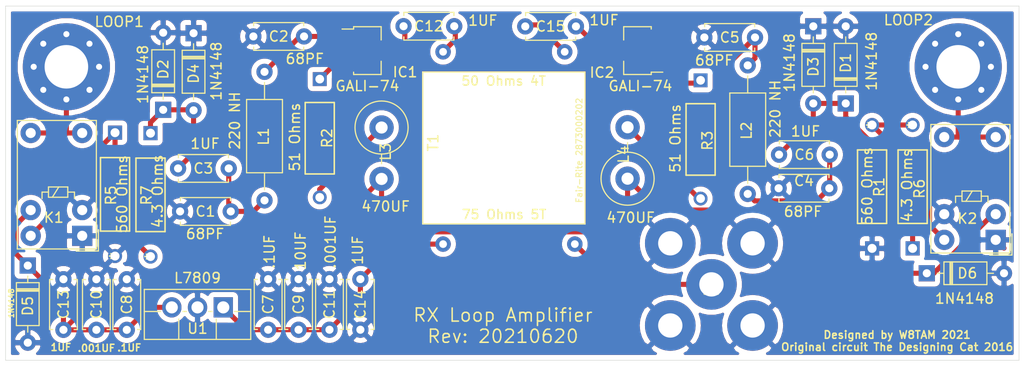
<source format=kicad_pcb>
(kicad_pcb (version 20171130) (host pcbnew "(5.1.9-0-10_14)")
  (layers (0 F.Cu signal) (31 B.Cu signal hide) (34 B.Paste user) (35 F.Paste user) (36 B.SilkS user) (37 F.SilkS user) (38 B.Mask user) (39 F.Mask user) (44 Edge.Cuts user))
  (net 0 "")
  (net 1 GND)
  (net 2 "Net-(C1-Pad1)")
  (net 3 "Net-(C2-Pad1)")
  (net 4 "Net-(C3-Pad2)")
  (net 5 "Net-(C4-Pad1)")
  (net 6 "Net-(C5-Pad1)")
  (net 7 "Net-(C6-Pad2)")
  (net 8 "Net-(C11-Pad1)")
  (net 9 "Net-(C12-Pad2)")
  (net 10 /P1)
  (net 11 "Net-(J1-Pad1)")
  (net 12 "Net-(L3-Pad2)")
  (net 13 "Net-(L4-Pad1)")
  (net 14 "Net-(K1-Pad10)")
  (net 15 "Net-(K2-Pad10)")
  (net 16 +12V)
  (net 17 "Net-(C15-Pad2)")
  (net 18 "Net-(C15-Pad1)")
  (net 19 "Net-(K1-Pad5)")
  (net 20 "Net-(K2-Pad5)")
  (module w8tam_footprints:Fconnector (layer F.Cu) (at 137.65 41.5)
    (fp_text reference J1 (at 0 0.5) (layer F.SilkS))
    (fp_text value VCC)
    (pad 1 thru_hole circle (at 0 0) (size 5 5) (drill 2.4) (layers *.Cu *.Mask) (net 11 "Net-(J1-Pad1)"))
    (pad 2 thru_hole circle (at 4.06 4.06) (size 5 5) (drill 2.4) (layers *.Cu *.Mask) (net 1 GND))
    (pad 2 thru_hole circle (at -4.06 -4.06) (size 5 5) (drill 2.4) (layers *.Cu *.Mask) (net 1 GND))
    (pad 2 thru_hole circle (at -4.06 4.06) (size 5 5) (drill 2.4) (layers *.Cu *.Mask) (net 1 GND))
    (pad 2 thru_hole circle (at 4.06 -4.06) (size 5 5) (drill 2.4) (layers *.Cu *.Mask) (net 1 GND))
  )
  (module w8tam_footprints:C_Disc_D4.7mm_W2.5mm_P5.00mm (layer F.Cu) (at 149.28 32 180)
    (fp_text reference C4 (at 2.5 0.725) (layer F.SilkS))
    (fp_text value 68PF (at 2.6 -2.32) (layer F.SilkS))
    (fp_line (start 4.97 1.055) (end 4.97 1.37) (layer F.SilkS) (width 0.12))
    (fp_line (start 4.97 -1.37) (end 4.97 -1.055) (layer F.SilkS) (width 0.12))
    (fp_line (start 0.03 1.055) (end 0.03 1.37) (layer F.SilkS) (width 0.12))
    (fp_line (start 0.03 -1.37) (end 0.03 -1.055) (layer F.SilkS) (width 0.12))
    (fp_line (start 0.03 1.37) (end 4.97 1.37) (layer F.SilkS) (width 0.12))
    (fp_line (start 0.03 -1.37) (end 4.97 -1.37) (layer F.SilkS) (width 0.12))
    (pad 1 thru_hole circle (at 0 0 180) (size 1.6 1.6) (drill 0.8) (layers *.Cu *.Mask) (net 5 "Net-(C4-Pad1)"))
    (pad 2 thru_hole circle (at 5 0 180) (size 1.6 1.6) (drill 0.8) (layers *.Cu *.Mask) (net 1 GND))
  )
  (module Package_TO_SOT_THT:TO-220F-3_Vertical (layer F.Cu) (at 89.48 43.77 180)
    (fp_text reference U1 (at 2.54 -2.1) (layer F.SilkS))
    (fp_text value L7809 (at 2.54 2.9025) (layer F.SilkS))
    (fp_line (start -2.71 -3.168) (end 7.79 -3.168) (layer F.SilkS) (width 0.12))
    (fp_line (start -2.71 1.773) (end 7.79 1.773) (layer F.SilkS) (width 0.12))
    (fp_line (start -2.71 -3.168) (end -2.71 1.773) (layer F.SilkS) (width 0.12))
    (fp_line (start 7.79 -3.168) (end 7.79 1.773) (layer F.SilkS) (width 0.12))
    (fp_line (start -2.71 -0.408) (end -1.103 -0.408) (layer F.SilkS) (width 0.12))
    (fp_line (start 1.103 -0.408) (end 1.438 -0.408) (layer F.SilkS) (width 0.12))
    (fp_line (start 3.643 -0.408) (end 3.978 -0.408) (layer F.SilkS) (width 0.12))
    (fp_line (start 6.183 -0.408) (end 7.79 -0.408) (layer F.SilkS) (width 0.12))
    (fp_line (start 0.69 -3.168) (end 0.69 -1.15) (layer F.SilkS) (width 0.12))
    (fp_line (start 4.391 -3.168) (end 4.391 -1.15) (layer F.SilkS) (width 0.12))
    (pad 1 thru_hole rect (at 0 0 180) (size 1.905 2) (drill 1.2) (layers *.Cu *.Mask) (net 8 "Net-(C11-Pad1)"))
    (pad 2 thru_hole oval (at 2.54 0 180) (size 1.905 2) (drill 1.2) (layers *.Cu *.Mask) (net 1 GND))
    (pad 3 thru_hole oval (at 5.08 0 180) (size 1.905 2) (drill 1.2) (layers *.Cu *.Mask) (net 16 +12V))
  )
  (module Relay_THT:Relay_SPDT_Omron_G5V-1 (layer F.Cu) (at 165.7 37.1 180)
    (fp_text reference K2 (at 2.8 2.1) (layer F.SilkS))
    (fp_text value G5V-1)
    (fp_line (start -1.6 -1.5) (end 0.6 -1.5) (layer F.SilkS) (width 0.12))
    (fp_line (start -1.6 0.6) (end -1.6 -1.5) (layer F.SilkS) (width 0.12))
    (fp_line (start -1.4 11.4) (end -1.4 -1.3) (layer F.SilkS) (width 0.12))
    (fp_line (start 6.4 11.4) (end -1.4 11.4) (layer F.SilkS) (width 0.12))
    (fp_line (start 6.4 -1.3) (end 6.4 11.4) (layer F.SilkS) (width 0.12))
    (fp_line (start -1.4 -1.3) (end 6.4 -1.3) (layer F.SilkS) (width 0.12))
    (fp_line (start 2.946 3.81) (end 2.311 4.826) (layer F.SilkS) (width 0.12))
    (fp_line (start 0.762 3.683) (end 0.762 4.318) (layer F.SilkS) (width 0.12))
    (fp_line (start 0.762 4.318) (end 1.422 4.318) (layer F.SilkS) (width 0.12))
    (fp_line (start 3.962 3.683) (end 3.962 4.318) (layer F.SilkS) (width 0.12))
    (fp_line (start 3.962 4.318) (end 3.327 4.318) (layer F.SilkS) (width 0.12))
    (fp_line (start 3.327 3.81) (end 1.422 3.81) (layer F.SilkS) (width 0.12))
    (fp_line (start 1.422 3.81) (end 1.422 4.826) (layer F.SilkS) (width 0.12))
    (fp_line (start 1.422 4.826) (end 3.327 4.826) (layer F.SilkS) (width 0.12))
    (fp_line (start 3.327 3.81) (end 3.327 4.826) (layer F.SilkS) (width 0.12))
    (pad 5 thru_hole circle (at 0 10.16 180) (size 2 2) (drill 1) (layers *.Cu *.Mask) (net 20 "Net-(K2-Pad5)"))
    (pad 6 thru_hole circle (at 5.08 10.16 180) (size 2 2) (drill 1) (layers *.Cu *.Mask) (net 20 "Net-(K2-Pad5)"))
    (pad 2 thru_hole circle (at 0 2.54 180) (size 2 2) (drill 1) (layers *.Cu *.Mask) (net 16 +12V))
    (pad 1 thru_hole rect (at 0 0 180) (size 2 2) (drill 1) (layers *.Cu *.Mask) (net 1 GND))
    (pad 9 thru_hole circle (at 5.08 2.54 180) (size 2 2) (drill 1) (layers *.Cu *.Mask) (net 1 GND))
    (pad 10 thru_hole circle (at 5.08 0 180) (size 2 2) (drill 1) (layers *.Cu *.Mask) (net 15 "Net-(K2-Pad10)"))
  )
  (module Relay_THT:Relay_SPDT_Omron_G5V-1 (layer F.Cu) (at 75.56 36.7 180)
    (fp_text reference K1 (at 2.8 1.8) (layer F.SilkS))
    (fp_text value G5V-1)
    (fp_line (start -1.6 -1.5) (end 0.6 -1.5) (layer F.SilkS) (width 0.12))
    (fp_line (start -1.6 0.6) (end -1.6 -1.5) (layer F.SilkS) (width 0.12))
    (fp_line (start -1.4 11.4) (end -1.4 -1.3) (layer F.SilkS) (width 0.12))
    (fp_line (start 6.4 11.4) (end -1.4 11.4) (layer F.SilkS) (width 0.12))
    (fp_line (start 6.4 -1.3) (end 6.4 11.4) (layer F.SilkS) (width 0.12))
    (fp_line (start -1.4 -1.3) (end 6.4 -1.3) (layer F.SilkS) (width 0.12))
    (fp_line (start 2.946 3.81) (end 2.311 4.826) (layer F.SilkS) (width 0.12))
    (fp_line (start 0.762 3.683) (end 0.762 4.318) (layer F.SilkS) (width 0.12))
    (fp_line (start 0.762 4.318) (end 1.422 4.318) (layer F.SilkS) (width 0.12))
    (fp_line (start 3.962 3.683) (end 3.962 4.318) (layer F.SilkS) (width 0.12))
    (fp_line (start 3.962 4.318) (end 3.327 4.318) (layer F.SilkS) (width 0.12))
    (fp_line (start 3.327 3.81) (end 1.422 3.81) (layer F.SilkS) (width 0.12))
    (fp_line (start 1.422 3.81) (end 1.422 4.826) (layer F.SilkS) (width 0.12))
    (fp_line (start 1.422 4.826) (end 3.327 4.826) (layer F.SilkS) (width 0.12))
    (fp_line (start 3.327 3.81) (end 3.327 4.826) (layer F.SilkS) (width 0.12))
    (pad 5 thru_hole circle (at 0 10.16 180) (size 2 2) (drill 1) (layers *.Cu *.Mask) (net 19 "Net-(K1-Pad5)"))
    (pad 6 thru_hole circle (at 5.08 10.16 180) (size 2 2) (drill 1) (layers *.Cu *.Mask) (net 19 "Net-(K1-Pad5)"))
    (pad 2 thru_hole circle (at 0 2.54 180) (size 2 2) (drill 1) (layers *.Cu *.Mask) (net 1 GND))
    (pad 1 thru_hole rect (at 0 0 180) (size 2 2) (drill 1) (layers *.Cu *.Mask) (net 1 GND))
    (pad 9 thru_hole circle (at 5.08 2.54 180) (size 2 2) (drill 1) (layers *.Cu *.Mask) (net 16 +12V))
    (pad 10 thru_hole circle (at 5.08 0 180) (size 2 2) (drill 1) (layers *.Cu *.Mask) (net 14 "Net-(K1-Pad10)"))
  )
  (module w8tam_footprints:D_DO-35_SOD27_P7.62mm_Horizontal (layer F.Cu) (at 158.9 40.4)
    (fp_text reference D6 (at 4 0) (layer F.SilkS))
    (fp_text value 1N4148 (at 3.72 2.5) (layer F.SilkS))
    (fp_line (start 1.69 -1.12) (end 1.69 1.12) (layer F.SilkS) (width 0.12))
    (fp_line (start 1.69 1.12) (end 5.93 1.12) (layer F.SilkS) (width 0.12))
    (fp_line (start 5.93 1.12) (end 5.93 -1.12) (layer F.SilkS) (width 0.12))
    (fp_line (start 5.93 -1.12) (end 1.69 -1.12) (layer F.SilkS) (width 0.12))
    (fp_line (start 1.04 0) (end 1.69 0) (layer F.SilkS) (width 0.12))
    (fp_line (start 6.58 0) (end 5.93 0) (layer F.SilkS) (width 0.12))
    (fp_line (start 2.41 -1.12) (end 2.41 1.12) (layer F.SilkS) (width 0.12))
    (fp_line (start 2.53 -1.12) (end 2.53 1.12) (layer F.SilkS) (width 0.12))
    (fp_line (start 2.29 -1.12) (end 2.29 1.12) (layer F.SilkS) (width 0.12))
    (pad 1 thru_hole rect (at 0 0) (size 1.6 1.6) (drill 0.8) (layers *.Cu *.Mask) (net 16 +12V))
    (pad 2 thru_hole oval (at 7.62 0) (size 1.6 1.6) (drill 0.8) (layers *.Cu *.Mask) (net 1 GND))
  )
  (module w8tam_footprints:D_DO-35_SOD27_P7.62mm_Horizontal (layer F.Cu) (at 70.19 39.64 270)
    (fp_text reference D5 (at 4 0 90) (layer F.SilkS))
    (fp_text value 1N4148 (at 3.73 1.62 90) (layer F.SilkS) (effects (font (size 0.5 0.5) (thickness 0.125))))
    (fp_line (start 1.69 -1.12) (end 1.69 1.12) (layer F.SilkS) (width 0.12))
    (fp_line (start 1.69 1.12) (end 5.93 1.12) (layer F.SilkS) (width 0.12))
    (fp_line (start 5.93 1.12) (end 5.93 -1.12) (layer F.SilkS) (width 0.12))
    (fp_line (start 5.93 -1.12) (end 1.69 -1.12) (layer F.SilkS) (width 0.12))
    (fp_line (start 1.04 0) (end 1.69 0) (layer F.SilkS) (width 0.12))
    (fp_line (start 6.58 0) (end 5.93 0) (layer F.SilkS) (width 0.12))
    (fp_line (start 2.41 -1.12) (end 2.41 1.12) (layer F.SilkS) (width 0.12))
    (fp_line (start 2.53 -1.12) (end 2.53 1.12) (layer F.SilkS) (width 0.12))
    (fp_line (start 2.29 -1.12) (end 2.29 1.12) (layer F.SilkS) (width 0.12))
    (pad 1 thru_hole rect (at 0 0 270) (size 1.6 1.6) (drill 0.8) (layers *.Cu *.Mask) (net 16 +12V))
    (pad 2 thru_hole oval (at 7.62 0 270) (size 1.6 1.6) (drill 0.8) (layers *.Cu *.Mask) (net 1 GND))
  )
  (module w8tam_footprints:C_Disc_D4.7mm_W2.5mm_P5.00mm (layer F.Cu) (at 141.95 17.1 180)
    (fp_text reference C5 (at 2.5 0) (layer F.SilkS))
    (fp_text value 68PF (at 4.04 -2.27) (layer F.SilkS))
    (fp_line (start 0.03 -1.37) (end 4.97 -1.37) (layer F.SilkS) (width 0.12))
    (fp_line (start 0.03 1.37) (end 4.97 1.37) (layer F.SilkS) (width 0.12))
    (fp_line (start 0.03 -1.37) (end 0.03 -1.055) (layer F.SilkS) (width 0.12))
    (fp_line (start 0.03 1.055) (end 0.03 1.37) (layer F.SilkS) (width 0.12))
    (fp_line (start 4.97 -1.37) (end 4.97 -1.055) (layer F.SilkS) (width 0.12))
    (fp_line (start 4.97 1.055) (end 4.97 1.37) (layer F.SilkS) (width 0.12))
    (pad 2 thru_hole circle (at 5 0 180) (size 1.6 1.6) (drill 0.8) (layers *.Cu *.Mask) (net 1 GND))
    (pad 1 thru_hole circle (at 0 0 180) (size 1.6 1.6) (drill 0.8) (layers *.Cu *.Mask) (net 6 "Net-(C5-Pad1)"))
  )
  (module w8tam_footprints:MountingHole_4.3mm_M4_Pad_Via (layer F.Cu) (at 74 20)
    (fp_text reference LOOP1 hide)
    (fp_text value MountingHole_Pad hide)
    (fp_text user LOOP1 (at 5.22 -4.45) (layer F.SilkS))
    (pad 1 thru_hole circle (at 0 0) (size 8.6 8.6) (drill 4.3) (layers *.Cu *.Mask) (net 19 "Net-(K1-Pad5)"))
    (pad 1 thru_hole circle (at 3.225 0) (size 0.9 0.9) (drill 0.6) (layers *.Cu *.Mask) (net 19 "Net-(K1-Pad5)"))
    (pad 1 thru_hole circle (at 2.280419 2.280419) (size 0.9 0.9) (drill 0.6) (layers *.Cu *.Mask) (net 19 "Net-(K1-Pad5)"))
    (pad 1 thru_hole circle (at 0 3.225) (size 0.9 0.9) (drill 0.6) (layers *.Cu *.Mask) (net 19 "Net-(K1-Pad5)"))
    (pad 1 thru_hole circle (at -2.280419 2.280419) (size 0.9 0.9) (drill 0.6) (layers *.Cu *.Mask) (net 19 "Net-(K1-Pad5)"))
    (pad 1 thru_hole circle (at -3.225 0) (size 0.9 0.9) (drill 0.6) (layers *.Cu *.Mask) (net 19 "Net-(K1-Pad5)"))
    (pad 1 thru_hole circle (at -2.280419 -2.280419) (size 0.9 0.9) (drill 0.6) (layers *.Cu *.Mask) (net 19 "Net-(K1-Pad5)"))
    (pad 1 thru_hole circle (at 0 -3.225) (size 0.9 0.9) (drill 0.6) (layers *.Cu *.Mask) (net 19 "Net-(K1-Pad5)"))
    (pad 1 thru_hole circle (at 2.280419 -2.280419) (size 0.9 0.9) (drill 0.6) (layers *.Cu *.Mask) (net 19 "Net-(K1-Pad5)"))
  )
  (module w8tam_footprints:MountingHole_4.3mm_M4_Pad_Via (layer F.Cu) (at 162 20)
    (fp_text reference LOOP2 (at -4.91 -4.62 180) (layer F.SilkS))
    (fp_text value MountingHole_Pad hide)
    (pad 1 thru_hole circle (at 2.280419 -2.280419) (size 0.9 0.9) (drill 0.6) (layers *.Cu *.Mask) (net 20 "Net-(K2-Pad5)"))
    (pad 1 thru_hole circle (at 0 -3.225) (size 0.9 0.9) (drill 0.6) (layers *.Cu *.Mask) (net 20 "Net-(K2-Pad5)"))
    (pad 1 thru_hole circle (at -2.280419 -2.280419) (size 0.9 0.9) (drill 0.6) (layers *.Cu *.Mask) (net 20 "Net-(K2-Pad5)"))
    (pad 1 thru_hole circle (at -3.225 0) (size 0.9 0.9) (drill 0.6) (layers *.Cu *.Mask) (net 20 "Net-(K2-Pad5)"))
    (pad 1 thru_hole circle (at -2.280419 2.280419) (size 0.9 0.9) (drill 0.6) (layers *.Cu *.Mask) (net 20 "Net-(K2-Pad5)"))
    (pad 1 thru_hole circle (at 0 3.225) (size 0.9 0.9) (drill 0.6) (layers *.Cu *.Mask) (net 20 "Net-(K2-Pad5)"))
    (pad 1 thru_hole circle (at 2.280419 2.280419) (size 0.9 0.9) (drill 0.6) (layers *.Cu *.Mask) (net 20 "Net-(K2-Pad5)"))
    (pad 1 thru_hole circle (at 3.225 0) (size 0.9 0.9) (drill 0.6) (layers *.Cu *.Mask) (net 20 "Net-(K2-Pad5)"))
    (pad 1 thru_hole circle (at 0 0) (size 8.6 8.6) (drill 4.3) (layers *.Cu *.Mask) (net 20 "Net-(K2-Pad5)"))
  )
  (module w8tam_footprints:C_Disc_D4.7mm_W2.5mm_P5.00mm (layer F.Cu) (at 90.22 34.29 180)
    (fp_text reference C1 (at 2.5 0) (layer F.SilkS))
    (fp_text value 68PF (at 2.54 -2.23) (layer F.SilkS))
    (fp_line (start 0.03 -1.37) (end 4.97 -1.37) (layer F.SilkS) (width 0.12))
    (fp_line (start 0.03 1.37) (end 4.97 1.37) (layer F.SilkS) (width 0.12))
    (fp_line (start 0.03 -1.37) (end 0.03 -1.055) (layer F.SilkS) (width 0.12))
    (fp_line (start 0.03 1.055) (end 0.03 1.37) (layer F.SilkS) (width 0.12))
    (fp_line (start 4.97 -1.37) (end 4.97 -1.055) (layer F.SilkS) (width 0.12))
    (fp_line (start 4.97 1.055) (end 4.97 1.37) (layer F.SilkS) (width 0.12))
    (pad 2 thru_hole circle (at 5 0 180) (size 1.6 1.6) (drill 0.8) (layers *.Cu *.Mask) (net 1 GND))
    (pad 1 thru_hole circle (at 0 0 180) (size 1.6 1.6) (drill 0.8) (layers *.Cu *.Mask) (net 2 "Net-(C1-Pad1)"))
  )
  (module w8tam_footprints:C_Disc_D4.7mm_W2.5mm_P5.00mm (layer F.Cu) (at 97.45 17 180)
    (fp_text reference C2 (at 2.5 0) (layer F.SilkS))
    (fp_text value 68PF (at -0.07 -2.22) (layer F.SilkS))
    (fp_line (start 4.97 1.055) (end 4.97 1.37) (layer F.SilkS) (width 0.12))
    (fp_line (start 4.97 -1.37) (end 4.97 -1.055) (layer F.SilkS) (width 0.12))
    (fp_line (start 0.03 1.055) (end 0.03 1.37) (layer F.SilkS) (width 0.12))
    (fp_line (start 0.03 -1.37) (end 0.03 -1.055) (layer F.SilkS) (width 0.12))
    (fp_line (start 0.03 1.37) (end 4.97 1.37) (layer F.SilkS) (width 0.12))
    (fp_line (start 0.03 -1.37) (end 4.97 -1.37) (layer F.SilkS) (width 0.12))
    (pad 1 thru_hole circle (at 0 0 180) (size 1.6 1.6) (drill 0.8) (layers *.Cu *.Mask) (net 3 "Net-(C2-Pad1)"))
    (pad 2 thru_hole circle (at 5 0 180) (size 1.6 1.6) (drill 0.8) (layers *.Cu *.Mask) (net 1 GND))
  )
  (module w8tam_footprints:C_Disc_D4.7mm_W2.5mm_P5.00mm (layer F.Cu) (at 93.91 45.98 90)
    (fp_text reference C7 (at 2.5 0 90) (layer F.SilkS))
    (fp_text value .1UF (at 7.69 0.13 270) (layer F.SilkS))
    (fp_line (start 0.03 -1.37) (end 4.97 -1.37) (layer F.SilkS) (width 0.12))
    (fp_line (start 0.03 1.37) (end 4.97 1.37) (layer F.SilkS) (width 0.12))
    (fp_line (start 0.03 -1.37) (end 0.03 -1.055) (layer F.SilkS) (width 0.12))
    (fp_line (start 0.03 1.055) (end 0.03 1.37) (layer F.SilkS) (width 0.12))
    (fp_line (start 4.97 -1.37) (end 4.97 -1.055) (layer F.SilkS) (width 0.12))
    (fp_line (start 4.97 1.055) (end 4.97 1.37) (layer F.SilkS) (width 0.12))
    (pad 2 thru_hole circle (at 5 0 90) (size 1.6 1.6) (drill 0.8) (layers *.Cu *.Mask) (net 1 GND))
    (pad 1 thru_hole circle (at 0 0 90) (size 1.6 1.6) (drill 0.8) (layers *.Cu *.Mask) (net 8 "Net-(C11-Pad1)"))
  )
  (module w8tam_footprints:C_Disc_D4.7mm_W2.5mm_P5.00mm (layer F.Cu) (at 79.96 45.99 90)
    (fp_text reference C8 (at 2.5 0 90) (layer F.SilkS))
    (fp_text value .1UF (at -1.77 0.24 180) (layer F.SilkS) (effects (font (size 0.7 0.7))))
    (fp_line (start 4.97 1.055) (end 4.97 1.37) (layer F.SilkS) (width 0.12))
    (fp_line (start 4.97 -1.37) (end 4.97 -1.055) (layer F.SilkS) (width 0.12))
    (fp_line (start 0.03 1.055) (end 0.03 1.37) (layer F.SilkS) (width 0.12))
    (fp_line (start 0.03 -1.37) (end 0.03 -1.055) (layer F.SilkS) (width 0.12))
    (fp_line (start 0.03 1.37) (end 4.97 1.37) (layer F.SilkS) (width 0.12))
    (fp_line (start 0.03 -1.37) (end 4.97 -1.37) (layer F.SilkS) (width 0.12))
    (pad 1 thru_hole circle (at 0 0 90) (size 1.6 1.6) (drill 0.8) (layers *.Cu *.Mask) (net 16 +12V))
    (pad 2 thru_hole circle (at 5 0 90) (size 1.6 1.6) (drill 0.8) (layers *.Cu *.Mask) (net 1 GND))
  )
  (module w8tam_footprints:C_Disc_D4.7mm_W2.5mm_P5.00mm (layer F.Cu) (at 96.91 45.98 90)
    (fp_text reference C9 (at 2.5 0 90) (layer F.SilkS))
    (fp_text value 10UF (at 7.79 0.2 270) (layer F.SilkS))
    (fp_line (start 4.97 1.055) (end 4.97 1.37) (layer F.SilkS) (width 0.12))
    (fp_line (start 4.97 -1.37) (end 4.97 -1.055) (layer F.SilkS) (width 0.12))
    (fp_line (start 0.03 1.055) (end 0.03 1.37) (layer F.SilkS) (width 0.12))
    (fp_line (start 0.03 -1.37) (end 0.03 -1.055) (layer F.SilkS) (width 0.12))
    (fp_line (start 0.03 1.37) (end 4.97 1.37) (layer F.SilkS) (width 0.12))
    (fp_line (start 0.03 -1.37) (end 4.97 -1.37) (layer F.SilkS) (width 0.12))
    (pad 1 thru_hole circle (at 0 0 90) (size 1.6 1.6) (drill 0.8) (layers *.Cu *.Mask) (net 8 "Net-(C11-Pad1)"))
    (pad 2 thru_hole circle (at 5 0 90) (size 1.6 1.6) (drill 0.8) (layers *.Cu *.Mask) (net 1 GND))
  )
  (module w8tam_footprints:C_Disc_D4.7mm_W2.5mm_P5.00mm (layer F.Cu) (at 76.96 45.99 90)
    (fp_text reference C10 (at 2.5 0 90) (layer F.SilkS))
    (fp_text value .001UF (at -1.81 0) (layer F.SilkS) (effects (font (size 0.7 0.7))))
    (fp_line (start 0.03 -1.37) (end 4.97 -1.37) (layer F.SilkS) (width 0.12))
    (fp_line (start 0.03 1.37) (end 4.97 1.37) (layer F.SilkS) (width 0.12))
    (fp_line (start 0.03 -1.37) (end 0.03 -1.055) (layer F.SilkS) (width 0.12))
    (fp_line (start 0.03 1.055) (end 0.03 1.37) (layer F.SilkS) (width 0.12))
    (fp_line (start 4.97 -1.37) (end 4.97 -1.055) (layer F.SilkS) (width 0.12))
    (fp_line (start 4.97 1.055) (end 4.97 1.37) (layer F.SilkS) (width 0.12))
    (pad 2 thru_hole circle (at 5 0 90) (size 1.6 1.6) (drill 0.8) (layers *.Cu *.Mask) (net 1 GND))
    (pad 1 thru_hole circle (at 0 0 90) (size 1.6 1.6) (drill 0.8) (layers *.Cu *.Mask) (net 16 +12V))
  )
  (module w8tam_footprints:C_Disc_D4.7mm_W2.5mm_P5.00mm (layer F.Cu) (at 99.96 45.98 90)
    (fp_text reference C11 (at 2.5 0 90) (layer F.SilkS))
    (fp_text value .001UF (at 8.66 0.1 270) (layer F.SilkS))
    (fp_line (start 0.03 -1.37) (end 4.97 -1.37) (layer F.SilkS) (width 0.12))
    (fp_line (start 0.03 1.37) (end 4.97 1.37) (layer F.SilkS) (width 0.12))
    (fp_line (start 0.03 -1.37) (end 0.03 -1.055) (layer F.SilkS) (width 0.12))
    (fp_line (start 0.03 1.055) (end 0.03 1.37) (layer F.SilkS) (width 0.12))
    (fp_line (start 4.97 -1.37) (end 4.97 -1.055) (layer F.SilkS) (width 0.12))
    (fp_line (start 4.97 1.055) (end 4.97 1.37) (layer F.SilkS) (width 0.12))
    (pad 2 thru_hole circle (at 5 0 90) (size 1.6 1.6) (drill 0.8) (layers *.Cu *.Mask) (net 1 GND))
    (pad 1 thru_hole circle (at 0 0 90) (size 1.6 1.6) (drill 0.8) (layers *.Cu *.Mask) (net 8 "Net-(C11-Pad1)"))
  )
  (module w8tam_footprints:C_Disc_D4.7mm_W2.5mm_P5.00mm (layer F.Cu) (at 112.27 15.99 180)
    (fp_text reference C12 (at 2.5 0 180) (layer F.SilkS))
    (fp_text value 1UF (at -2.82 0.56) (layer F.SilkS))
    (fp_line (start 0.03 -1.37) (end 4.97 -1.37) (layer F.SilkS) (width 0.12))
    (fp_line (start 0.03 1.37) (end 4.97 1.37) (layer F.SilkS) (width 0.12))
    (fp_line (start 0.03 -1.37) (end 0.03 -1.055) (layer F.SilkS) (width 0.12))
    (fp_line (start 0.03 1.055) (end 0.03 1.37) (layer F.SilkS) (width 0.12))
    (fp_line (start 4.97 -1.37) (end 4.97 -1.055) (layer F.SilkS) (width 0.12))
    (fp_line (start 4.97 1.055) (end 4.97 1.37) (layer F.SilkS) (width 0.12))
    (pad 2 thru_hole circle (at 5 0 180) (size 1.6 1.6) (drill 0.8) (layers *.Cu *.Mask) (net 9 "Net-(C12-Pad2)"))
    (pad 1 thru_hole circle (at 0 0 180) (size 1.6 1.6) (drill 0.8) (layers *.Cu *.Mask) (net 10 /P1))
  )
  (module w8tam_footprints:C_Disc_D4.7mm_W2.5mm_P5.00mm (layer F.Cu) (at 73.71 45.99 90)
    (fp_text reference C13 (at 2.5 0 90) (layer F.SilkS))
    (fp_text value 1UF (at -1.73 -0.25 180) (layer F.SilkS) (effects (font (size 0.7 0.7))))
    (fp_line (start 4.97 1.055) (end 4.97 1.37) (layer F.SilkS) (width 0.12))
    (fp_line (start 4.97 -1.37) (end 4.97 -1.055) (layer F.SilkS) (width 0.12))
    (fp_line (start 0.03 1.055) (end 0.03 1.37) (layer F.SilkS) (width 0.12))
    (fp_line (start 0.03 -1.37) (end 0.03 -1.055) (layer F.SilkS) (width 0.12))
    (fp_line (start 0.03 1.37) (end 4.97 1.37) (layer F.SilkS) (width 0.12))
    (fp_line (start 0.03 -1.37) (end 4.97 -1.37) (layer F.SilkS) (width 0.12))
    (pad 1 thru_hole circle (at 0 0 90) (size 1.6 1.6) (drill 0.8) (layers *.Cu *.Mask) (net 16 +12V))
    (pad 2 thru_hole circle (at 5 0 90) (size 1.6 1.6) (drill 0.8) (layers *.Cu *.Mask) (net 1 GND))
  )
  (module w8tam_footprints:C_Disc_D4.7mm_W2.5mm_P5.00mm (layer F.Cu) (at 103.01 45.98 90)
    (fp_text reference C14 (at 2.5 0 90) (layer F.SilkS))
    (fp_text value 1UF (at 7.85 -0.26 270) (layer F.SilkS))
    (fp_line (start 4.97 1.055) (end 4.97 1.37) (layer F.SilkS) (width 0.12))
    (fp_line (start 4.97 -1.37) (end 4.97 -1.055) (layer F.SilkS) (width 0.12))
    (fp_line (start 0.03 1.055) (end 0.03 1.37) (layer F.SilkS) (width 0.12))
    (fp_line (start 0.03 -1.37) (end 0.03 -1.055) (layer F.SilkS) (width 0.12))
    (fp_line (start 0.03 1.37) (end 4.97 1.37) (layer F.SilkS) (width 0.12))
    (fp_line (start 0.03 -1.37) (end 4.97 -1.37) (layer F.SilkS) (width 0.12))
    (pad 1 thru_hole circle (at 0 0 90) (size 1.6 1.6) (drill 0.8) (layers *.Cu *.Mask) (net 1 GND))
    (pad 2 thru_hole circle (at 5 0 90) (size 1.6 1.6) (drill 0.8) (layers *.Cu *.Mask) (net 8 "Net-(C11-Pad1)"))
  )
  (module w8tam_footprints:D_DO-35_SOD27_P7.62mm_Horizontal (layer F.Cu) (at 150.9 23.62 90)
    (fp_text reference D1 (at 4 0 90) (layer F.SilkS))
    (fp_text value 1N4148 (at 4.17 2.55 90) (layer F.SilkS))
    (fp_line (start 2.29 -1.12) (end 2.29 1.12) (layer F.SilkS) (width 0.12))
    (fp_line (start 2.53 -1.12) (end 2.53 1.12) (layer F.SilkS) (width 0.12))
    (fp_line (start 2.41 -1.12) (end 2.41 1.12) (layer F.SilkS) (width 0.12))
    (fp_line (start 6.58 0) (end 5.93 0) (layer F.SilkS) (width 0.12))
    (fp_line (start 1.04 0) (end 1.69 0) (layer F.SilkS) (width 0.12))
    (fp_line (start 5.93 -1.12) (end 1.69 -1.12) (layer F.SilkS) (width 0.12))
    (fp_line (start 5.93 1.12) (end 5.93 -1.12) (layer F.SilkS) (width 0.12))
    (fp_line (start 1.69 1.12) (end 5.93 1.12) (layer F.SilkS) (width 0.12))
    (fp_line (start 1.69 -1.12) (end 1.69 1.12) (layer F.SilkS) (width 0.12))
    (pad 1 thru_hole rect (at 0 0 90) (size 1.6 1.6) (drill 0.8) (layers *.Cu *.Mask) (net 7 "Net-(C6-Pad2)"))
    (pad 2 thru_hole oval (at 7.62 0 90) (size 1.6 1.6) (drill 0.8) (layers *.Cu *.Mask) (net 1 GND))
  )
  (module w8tam_footprints:D_DO-35_SOD27_P7.62mm_Horizontal (layer F.Cu) (at 83.55 24.25 90)
    (fp_text reference D2 (at 4 0 90) (layer F.SilkS))
    (fp_text value 1N4148 (at 3.5 -2 90) (layer F.SilkS))
    (fp_line (start 2.29 -1.12) (end 2.29 1.12) (layer F.SilkS) (width 0.12))
    (fp_line (start 2.53 -1.12) (end 2.53 1.12) (layer F.SilkS) (width 0.12))
    (fp_line (start 2.41 -1.12) (end 2.41 1.12) (layer F.SilkS) (width 0.12))
    (fp_line (start 6.58 0) (end 5.93 0) (layer F.SilkS) (width 0.12))
    (fp_line (start 1.04 0) (end 1.69 0) (layer F.SilkS) (width 0.12))
    (fp_line (start 5.93 -1.12) (end 1.69 -1.12) (layer F.SilkS) (width 0.12))
    (fp_line (start 5.93 1.12) (end 5.93 -1.12) (layer F.SilkS) (width 0.12))
    (fp_line (start 1.69 1.12) (end 5.93 1.12) (layer F.SilkS) (width 0.12))
    (fp_line (start 1.69 -1.12) (end 1.69 1.12) (layer F.SilkS) (width 0.12))
    (pad 1 thru_hole rect (at 0 0 90) (size 1.6 1.6) (drill 0.8) (layers *.Cu *.Mask) (net 4 "Net-(C3-Pad2)"))
    (pad 2 thru_hole oval (at 7.62 0 90) (size 1.6 1.6) (drill 0.8) (layers *.Cu *.Mask) (net 1 GND))
  )
  (module w8tam_footprints:D_DO-35_SOD27_P7.62mm_Horizontal (layer F.Cu) (at 147.7 16 270)
    (fp_text reference D3 (at 4 0 90) (layer F.SilkS))
    (fp_text value 1N4148 (at 3.6 2.35 90) (layer F.SilkS))
    (fp_line (start 1.69 -1.12) (end 1.69 1.12) (layer F.SilkS) (width 0.12))
    (fp_line (start 1.69 1.12) (end 5.93 1.12) (layer F.SilkS) (width 0.12))
    (fp_line (start 5.93 1.12) (end 5.93 -1.12) (layer F.SilkS) (width 0.12))
    (fp_line (start 5.93 -1.12) (end 1.69 -1.12) (layer F.SilkS) (width 0.12))
    (fp_line (start 1.04 0) (end 1.69 0) (layer F.SilkS) (width 0.12))
    (fp_line (start 6.58 0) (end 5.93 0) (layer F.SilkS) (width 0.12))
    (fp_line (start 2.41 -1.12) (end 2.41 1.12) (layer F.SilkS) (width 0.12))
    (fp_line (start 2.53 -1.12) (end 2.53 1.12) (layer F.SilkS) (width 0.12))
    (fp_line (start 2.29 -1.12) (end 2.29 1.12) (layer F.SilkS) (width 0.12))
    (pad 2 thru_hole oval (at 7.62 0 270) (size 1.6 1.6) (drill 0.8) (layers *.Cu *.Mask) (net 7 "Net-(C6-Pad2)"))
    (pad 1 thru_hole rect (at 0 0 270) (size 1.6 1.6) (drill 0.8) (layers *.Cu *.Mask) (net 1 GND))
  )
  (module w8tam_footprints:D_DO-35_SOD27_P7.62mm_Horizontal (layer F.Cu) (at 86.55 16.68 270)
    (fp_text reference D4 (at 4 0 90) (layer F.SilkS))
    (fp_text value 1N4148 (at 3.75 -2.25 90) (layer F.SilkS))
    (fp_line (start 1.69 -1.12) (end 1.69 1.12) (layer F.SilkS) (width 0.12))
    (fp_line (start 1.69 1.12) (end 5.93 1.12) (layer F.SilkS) (width 0.12))
    (fp_line (start 5.93 1.12) (end 5.93 -1.12) (layer F.SilkS) (width 0.12))
    (fp_line (start 5.93 -1.12) (end 1.69 -1.12) (layer F.SilkS) (width 0.12))
    (fp_line (start 1.04 0) (end 1.69 0) (layer F.SilkS) (width 0.12))
    (fp_line (start 6.58 0) (end 5.93 0) (layer F.SilkS) (width 0.12))
    (fp_line (start 2.41 -1.12) (end 2.41 1.12) (layer F.SilkS) (width 0.12))
    (fp_line (start 2.53 -1.12) (end 2.53 1.12) (layer F.SilkS) (width 0.12))
    (fp_line (start 2.29 -1.12) (end 2.29 1.12) (layer F.SilkS) (width 0.12))
    (pad 2 thru_hole oval (at 7.62 0 270) (size 1.6 1.6) (drill 0.8) (layers *.Cu *.Mask) (net 4 "Net-(C3-Pad2)"))
    (pad 1 thru_hole rect (at 0 0 270) (size 1.6 1.6) (drill 0.8) (layers *.Cu *.Mask) (net 1 GND))
  )
  (module Package_TO_SOT_SMD:SOT-89-3 (layer F.Cu) (at 103.4 18.4)
    (fp_text reference IC1 (at 4.02 2.13) (layer F.SilkS))
    (fp_text value GALI-74 (at 0.3 3.5) (layer F.SilkS))
    (fp_line (start -1.06 2.36) (end -1.06 2.13) (layer F.SilkS) (width 0.12))
    (fp_line (start -1.06 -2.36) (end -1.06 -2.13) (layer F.SilkS) (width 0.12))
    (fp_line (start -1.06 -2.36) (end 1.66 -2.36) (layer F.SilkS) (width 0.12))
    (fp_line (start 1.66 -2.36) (end 1.66 -1.05) (layer F.SilkS) (width 0.12))
    (fp_line (start -2.2 -2.13) (end -1.06 -2.13) (layer F.SilkS) (width 0.12))
    (fp_line (start 1.66 2.36) (end -1.06 2.36) (layer F.SilkS) (width 0.12))
    (fp_line (start 1.66 1.05) (end 1.66 2.36) (layer F.SilkS) (width 0.12))
    (pad 2 smd custom (at -1.5625 0) (size 1.475 0.9) (layers F.Cu F.Paste F.Mask) (net 1 GND) (options (clearance outline) (anchor rect)) (primitives (gr_poly (pts (xy 0.7375 -0.8665) (xy 3.8625 -0.8665) (xy 3.8625 0.8665) (xy 0.7375 0.8665)) (width 0))))
    (pad 3 smd rect (at -1.65 1.5) (size 1.3 0.9) (layers F.Cu F.Paste F.Mask) (net 9 "Net-(C12-Pad2)"))
    (pad 1 smd rect (at -1.65 -1.5) (size 1.3 0.9) (layers F.Cu F.Paste F.Mask) (net 3 "Net-(C2-Pad1)"))
  )
  (module Package_TO_SOT_SMD:SOT-89-3 (layer F.Cu) (at 130.65 18.4 180)
    (fp_text reference IC2 (at 3.8 -2.17) (layer F.SilkS))
    (fp_text value GALI-74 (at 0.01 -3.5 180) (layer F.SilkS))
    (fp_line (start 1.66 1.05) (end 1.66 2.36) (layer F.SilkS) (width 0.12))
    (fp_line (start 1.66 2.36) (end -1.06 2.36) (layer F.SilkS) (width 0.12))
    (fp_line (start -2.2 -2.13) (end -1.06 -2.13) (layer F.SilkS) (width 0.12))
    (fp_line (start 1.66 -2.36) (end 1.66 -1.05) (layer F.SilkS) (width 0.12))
    (fp_line (start -1.06 -2.36) (end 1.66 -2.36) (layer F.SilkS) (width 0.12))
    (fp_line (start -1.06 -2.36) (end -1.06 -2.13) (layer F.SilkS) (width 0.12))
    (fp_line (start -1.06 2.36) (end -1.06 2.13) (layer F.SilkS) (width 0.12))
    (pad 1 smd rect (at -1.65 -1.5 180) (size 1.3 0.9) (layers F.Cu F.Paste F.Mask) (net 6 "Net-(C5-Pad1)"))
    (pad 3 smd rect (at -1.65 1.5 180) (size 1.3 0.9) (layers F.Cu F.Paste F.Mask) (net 17 "Net-(C15-Pad2)"))
    (pad 2 smd custom (at -1.5625 0 180) (size 1.475 0.9) (layers F.Cu F.Paste F.Mask) (net 1 GND) (options (clearance outline) (anchor rect)) (primitives (gr_poly (pts (xy 0.7375 -0.8665) (xy 3.8625 -0.8665) (xy 3.8625 0.8665) (xy 0.7375 0.8665)) (width 0))))
  )
  (module Inductor_THT:L_Axial_L7.0mm_D3.3mm_P12.70mm_Horizontal_Fastron_MICC (layer F.Cu) (at 93.55 33.2 90)
    (fp_text reference L1 (at 6.31 -0.09 90) (layer F.SilkS))
    (fp_text value "220 NH" (at 7.88 -2.93 90) (layer F.SilkS))
    (fp_line (start 2.73 -1.77) (end 2.73 1.77) (layer F.SilkS) (width 0.12))
    (fp_line (start 2.73 1.77) (end 9.97 1.77) (layer F.SilkS) (width 0.12))
    (fp_line (start 9.97 1.77) (end 9.97 -1.77) (layer F.SilkS) (width 0.12))
    (fp_line (start 9.97 -1.77) (end 2.73 -1.77) (layer F.SilkS) (width 0.12))
    (fp_line (start 1.04 0) (end 2.73 0) (layer F.SilkS) (width 0.12))
    (fp_line (start 11.66 0) (end 9.97 0) (layer F.SilkS) (width 0.12))
    (pad 1 thru_hole circle (at 0 0 90) (size 1.6 1.6) (drill 0.8) (layers *.Cu *.Mask) (net 2 "Net-(C1-Pad1)"))
    (pad 2 thru_hole oval (at 12.7 0 90) (size 1.6 1.6) (drill 0.8) (layers *.Cu *.Mask) (net 3 "Net-(C2-Pad1)"))
  )
  (module Inductor_THT:L_Axial_L7.0mm_D3.3mm_P12.70mm_Horizontal_Fastron_MICC (layer F.Cu) (at 141.23 32.56 90)
    (fp_text reference L2 (at 6.25 -0.12 90) (layer F.SilkS))
    (fp_text value "220 NH" (at 8.4 2.72 90) (layer F.SilkS))
    (fp_line (start 11.66 0) (end 9.97 0) (layer F.SilkS) (width 0.12))
    (fp_line (start 1.04 0) (end 2.73 0) (layer F.SilkS) (width 0.12))
    (fp_line (start 9.97 -1.77) (end 2.73 -1.77) (layer F.SilkS) (width 0.12))
    (fp_line (start 9.97 1.77) (end 9.97 -1.77) (layer F.SilkS) (width 0.12))
    (fp_line (start 2.73 1.77) (end 9.97 1.77) (layer F.SilkS) (width 0.12))
    (fp_line (start 2.73 -1.77) (end 2.73 1.77) (layer F.SilkS) (width 0.12))
    (pad 2 thru_hole oval (at 12.7 0 90) (size 1.6 1.6) (drill 0.8) (layers *.Cu *.Mask) (net 6 "Net-(C5-Pad1)"))
    (pad 1 thru_hole circle (at 0 0 90) (size 1.6 1.6) (drill 0.8) (layers *.Cu *.Mask) (net 5 "Net-(C4-Pad1)"))
  )
  (module w8tam_footprints:Choke-Vertical (layer F.Cu) (at 105.1 26 270)
    (fp_text reference L3 (at 2.4 -0.4 270) (layer F.SilkS))
    (fp_text value 470UF (at 7.8 -0.4 180) (layer F.SilkS))
    (fp_circle (center 0 0) (end 2.62 0) (layer F.SilkS) (width 0.12))
    (fp_line (start 2.62 0) (end 3.58 0) (layer F.SilkS) (width 0.12))
    (pad 1 thru_hole oval (at 5.08 0 270) (size 2.4 2.4) (drill 1.2) (layers *.Cu *.Mask) (net 16 +12V))
    (pad 2 thru_hole circle (at 0 0 270) (size 2.4 2.4) (drill 1.2) (layers *.Cu *.Mask) (net 12 "Net-(L3-Pad2)"))
  )
  (module w8tam_footprints:Choke-Vertical (layer F.Cu) (at 129.375 31.055 90)
    (fp_text reference L4 (at 2.4 -0.4 90) (layer F.SilkS))
    (fp_text value 470UF (at -3.85 0.3 180) (layer F.SilkS))
    (fp_line (start 2.62 0) (end 3.58 0) (layer F.SilkS) (width 0.12))
    (fp_circle (center 0 0) (end 2.62 0) (layer F.SilkS) (width 0.12))
    (pad 2 thru_hole circle (at 0 0 90) (size 2.4 2.4) (drill 1.2) (layers *.Cu *.Mask) (net 16 +12V))
    (pad 1 thru_hole oval (at 5.08 0 90) (size 2.4 2.4) (drill 1.2) (layers *.Cu *.Mask) (net 13 "Net-(L4-Pad1)"))
  )
  (module w8tam_footprints:RNF14FTD1K00 (layer F.Cu) (at 153.5 25.75 90)
    (fp_text reference R1 (at -6.125 0.7 90) (layer F.SilkS))
    (fp_text value "560 Ohms" (at -6.05 -0.475 90) (layer F.SilkS))
    (fp_line (start -9.7282 -1.4351) (end -9.7282 1.4351) (layer F.SilkS) (width 0.1524))
    (fp_line (start -2.4638 -1.4351) (end -9.7282 -1.4351) (layer F.SilkS) (width 0.1524))
    (fp_line (start -2.4638 1.4351) (end -2.4638 -1.4351) (layer F.SilkS) (width 0.1524))
    (fp_line (start -9.7282 1.4351) (end -2.4638 1.4351) (layer F.SilkS) (width 0.1524))
    (fp_text user * (at 0 0 90) (layer F.SilkS))
    (pad 1 thru_hole rect (at -12.192 0 90) (size 1.397 1.397) (drill 0.889) (layers *.Cu *.Mask) (net 1 GND))
    (pad 2 thru_hole circle (at 0 0 90) (size 1.397 1.397) (drill 0.889) (layers *.Cu *.Mask) (net 15 "Net-(K2-Pad10)"))
  )
  (module w8tam_footprints:Resistor (layer F.Cu) (at 99 32.9 270)
    (fp_text reference R2 (at -5.85 -0.725 90) (layer F.SilkS))
    (fp_text value "51 Ohms" (at -5.95 2.46 90) (layer F.SilkS))
    (fp_line (start -9.3726 1.4351) (end -2.3114 1.4351) (layer F.SilkS) (width 0.1524))
    (fp_line (start -2.3114 1.4351) (end -2.3114 -1.4351) (layer F.SilkS) (width 0.1524))
    (fp_line (start -2.3114 -1.4351) (end -9.3726 -1.4351) (layer F.SilkS) (width 0.1524))
    (fp_line (start -9.3726 -1.4351) (end -9.3726 1.4351) (layer F.SilkS) (width 0.1524))
    (fp_text user ~ (at 0 0 90) (layer F.SilkS))
    (pad 2 thru_hole circle (at 0 0 270) (size 1.3716 1.3716) (drill 0.8636) (layers *.Cu *.Mask) (net 12 "Net-(L3-Pad2)"))
    (pad 1 thru_hole rect (at -11.684 0 270) (size 1.3716 1.3716) (drill 0.8636) (layers *.Cu *.Mask) (net 9 "Net-(C12-Pad2)"))
  )
  (module w8tam_footprints:Resistor (layer F.Cu) (at 136.58 33.02 270)
    (fp_text reference R3 (at -5.725 -0.675 270) (layer F.SilkS))
    (fp_text value "51 Ohms" (at -5.95 2.49 90) (layer F.SilkS))
    (fp_line (start -9.3726 -1.4351) (end -9.3726 1.4351) (layer F.SilkS) (width 0.1524))
    (fp_line (start -2.3114 -1.4351) (end -9.3726 -1.4351) (layer F.SilkS) (width 0.1524))
    (fp_line (start -2.3114 1.4351) (end -2.3114 -1.4351) (layer F.SilkS) (width 0.1524))
    (fp_line (start -9.3726 1.4351) (end -2.3114 1.4351) (layer F.SilkS) (width 0.1524))
    (fp_text user ~ (at 0 0 90) (layer F.SilkS))
    (pad 1 thru_hole rect (at -11.684 0 270) (size 1.3716 1.3716) (drill 0.8636) (layers *.Cu *.Mask) (net 17 "Net-(C15-Pad2)"))
    (pad 2 thru_hole circle (at 0 0 270) (size 1.3716 1.3716) (drill 0.8636) (layers *.Cu *.Mask) (net 13 "Net-(L4-Pad1)"))
  )
  (module w8tam_footprints:RNF14FTD1K00 (layer F.Cu) (at 78.8 38.7 270)
    (fp_text reference R5 (at -6 0.4 90) (layer F.SilkS))
    (fp_text value "560 Ohms" (at -6.1 -0.7 90) (layer F.SilkS))
    (fp_line (start -9.7282 1.4351) (end -2.4638 1.4351) (layer F.SilkS) (width 0.1524))
    (fp_line (start -2.4638 1.4351) (end -2.4638 -1.4351) (layer F.SilkS) (width 0.1524))
    (fp_line (start -2.4638 -1.4351) (end -9.7282 -1.4351) (layer F.SilkS) (width 0.1524))
    (fp_line (start -9.7282 -1.4351) (end -9.7282 1.4351) (layer F.SilkS) (width 0.1524))
    (fp_text user * (at 0 0 90) (layer F.SilkS))
    (pad 2 thru_hole circle (at 0 0 270) (size 1.397 1.397) (drill 0.889) (layers *.Cu *.Mask) (net 1 GND))
    (pad 1 thru_hole rect (at -12.192 0 270) (size 1.397 1.397) (drill 0.889) (layers *.Cu *.Mask) (net 14 "Net-(K1-Pad10)"))
  )
  (module w8tam_footprints:RNF14FTD1K00 (layer F.Cu) (at 157.5 25.75 90)
    (fp_text reference R6 (at -6.3 0.675 90) (layer F.SilkS))
    (fp_text value "4.3 Ohms" (at -5.975 -0.55 90) (layer F.SilkS))
    (fp_line (start -9.7282 -1.4351) (end -9.7282 1.4351) (layer F.SilkS) (width 0.1524))
    (fp_line (start -2.4638 -1.4351) (end -9.7282 -1.4351) (layer F.SilkS) (width 0.1524))
    (fp_line (start -2.4638 1.4351) (end -2.4638 -1.4351) (layer F.SilkS) (width 0.1524))
    (fp_line (start -9.7282 1.4351) (end -2.4638 1.4351) (layer F.SilkS) (width 0.1524))
    (fp_text user * (at 0 0 90) (layer F.SilkS))
    (pad 1 thru_hole rect (at -12.192 0 90) (size 1.397 1.397) (drill 0.889) (layers *.Cu *.Mask) (net 7 "Net-(C6-Pad2)"))
    (pad 2 thru_hole circle (at 0 0 90) (size 1.397 1.397) (drill 0.889) (layers *.Cu *.Mask) (net 15 "Net-(K2-Pad10)"))
  )
  (module w8tam_footprints:RNF14FTD1K00 (layer F.Cu) (at 82.3 38.75 270)
    (fp_text reference R7 (at -6.05 0.4 90) (layer F.SilkS))
    (fp_text value "4.3 Ohms" (at -6.45 -0.7 90) (layer F.SilkS))
    (fp_line (start -9.7282 1.4351) (end -2.4638 1.4351) (layer F.SilkS) (width 0.1524))
    (fp_line (start -2.4638 1.4351) (end -2.4638 -1.4351) (layer F.SilkS) (width 0.1524))
    (fp_line (start -2.4638 -1.4351) (end -9.7282 -1.4351) (layer F.SilkS) (width 0.1524))
    (fp_line (start -9.7282 -1.4351) (end -9.7282 1.4351) (layer F.SilkS) (width 0.1524))
    (fp_text user * (at 0 0 90) (layer F.SilkS))
    (pad 2 thru_hole circle (at 0 0 270) (size 1.397 1.397) (drill 0.889) (layers *.Cu *.Mask) (net 14 "Net-(K1-Pad10)"))
    (pad 1 thru_hole rect (at -12.192 0 270) (size 1.397 1.397) (drill 0.889) (layers *.Cu *.Mask) (net 4 "Net-(C3-Pad2)"))
  )
  (module w8tam_footprints:Binocular (layer F.Cu) (at 119.17 34.52)
    (fp_text reference T1 (at -8.98 -7.03 90) (layer F.SilkS))
    (fp_text value "Fair-Rite 2873000202" (at 5.43 -6.26 90) (layer F.SilkS) (effects (font (size 0.6 0.6) (thickness 0.1))))
    (fp_line (start -10 -14) (end -10 1) (layer F.SilkS) (width 0.12))
    (fp_line (start 6 -14) (end -10 -14) (layer F.SilkS) (width 0.12))
    (fp_line (start 6 1) (end 6 -14) (layer F.SilkS) (width 0.12))
    (fp_line (start -10 1) (end 6 1) (layer F.SilkS) (width 0.12))
    (pad 1 thru_hole circle (at -8 -16) (size 1.524 1.524) (drill 0.762) (layers *.Cu *.Mask) (net 10 /P1))
    (pad 2 thru_hole circle (at 4 -16) (size 1.524 1.524) (drill 0.762) (layers *.Cu *.Mask) (net 18 "Net-(C15-Pad1)"))
    (pad 4 thru_hole circle (at -8 3) (size 1.524 1.524) (drill 0.762) (layers *.Cu *.Mask) (net 8 "Net-(C11-Pad1)"))
    (pad 3 thru_hole circle (at 5 3) (size 1.524 1.524) (drill 0.762) (layers *.Cu *.Mask) (net 11 "Net-(J1-Pad1)"))
  )
  (module w8tam_footprints:C_Disc_D4.7mm_W2.5mm_P5.00mm (layer F.Cu) (at 90.02 30.04 180)
    (fp_text reference C3 (at 2.5 0) (layer F.SilkS))
    (fp_text value 1UF (at 2.34 2.44) (layer F.SilkS))
    (fp_line (start 0.03 -1.37) (end 4.97 -1.37) (layer F.SilkS) (width 0.12))
    (fp_line (start 0.03 1.37) (end 4.97 1.37) (layer F.SilkS) (width 0.12))
    (fp_line (start 0.03 -1.37) (end 0.03 -1.055) (layer F.SilkS) (width 0.12))
    (fp_line (start 0.03 1.055) (end 0.03 1.37) (layer F.SilkS) (width 0.12))
    (fp_line (start 4.97 -1.37) (end 4.97 -1.055) (layer F.SilkS) (width 0.12))
    (fp_line (start 4.97 1.055) (end 4.97 1.37) (layer F.SilkS) (width 0.12))
    (pad 1 thru_hole circle (at 0 0 180) (size 1.6 1.6) (drill 0.8) (layers *.Cu *.Mask) (net 2 "Net-(C1-Pad1)"))
    (pad 2 thru_hole circle (at 5 0 180) (size 1.6 1.6) (drill 0.8) (layers *.Cu *.Mask) (net 4 "Net-(C3-Pad2)"))
  )
  (module w8tam_footprints:C_Disc_D4.7mm_W2.5mm_P5.00mm (layer F.Cu) (at 149.32 28.68 180)
    (fp_text reference C6 (at 2.5 0) (layer F.SilkS))
    (fp_text value 1UF (at 2.39 2.3) (layer F.SilkS))
    (fp_line (start 4.97 1.055) (end 4.97 1.37) (layer F.SilkS) (width 0.12))
    (fp_line (start 4.97 -1.37) (end 4.97 -1.055) (layer F.SilkS) (width 0.12))
    (fp_line (start 0.03 1.055) (end 0.03 1.37) (layer F.SilkS) (width 0.12))
    (fp_line (start 0.03 -1.37) (end 0.03 -1.055) (layer F.SilkS) (width 0.12))
    (fp_line (start 0.03 1.37) (end 4.97 1.37) (layer F.SilkS) (width 0.12))
    (fp_line (start 0.03 -1.37) (end 4.97 -1.37) (layer F.SilkS) (width 0.12))
    (pad 2 thru_hole circle (at 5 0 180) (size 1.6 1.6) (drill 0.8) (layers *.Cu *.Mask) (net 7 "Net-(C6-Pad2)"))
    (pad 1 thru_hole circle (at 0 0 180) (size 1.6 1.6) (drill 0.8) (layers *.Cu *.Mask) (net 5 "Net-(C4-Pad1)"))
  )
  (module w8tam_footprints:C_Disc_D4.7mm_W2.5mm_P5.00mm (layer F.Cu) (at 119.28 16.01)
    (fp_text reference C15 (at 2.5 0) (layer F.SilkS))
    (fp_text value 1UF (at 7.77 -0.62) (layer F.SilkS))
    (fp_line (start 4.97 1.055) (end 4.97 1.37) (layer F.SilkS) (width 0.12))
    (fp_line (start 4.97 -1.37) (end 4.97 -1.055) (layer F.SilkS) (width 0.12))
    (fp_line (start 0.03 1.055) (end 0.03 1.37) (layer F.SilkS) (width 0.12))
    (fp_line (start 0.03 -1.37) (end 0.03 -1.055) (layer F.SilkS) (width 0.12))
    (fp_line (start 0.03 1.37) (end 4.97 1.37) (layer F.SilkS) (width 0.12))
    (fp_line (start 0.03 -1.37) (end 4.97 -1.37) (layer F.SilkS) (width 0.12))
    (pad 2 thru_hole circle (at 5 0) (size 1.6 1.6) (drill 0.8) (layers *.Cu *.Mask) (net 17 "Net-(C15-Pad2)"))
    (pad 1 thru_hole circle (at 0 0) (size 1.6 1.6) (drill 0.8) (layers *.Cu *.Mask) (net 18 "Net-(C15-Pad1)"))
  )
  (gr_text "50 Ohms 4T\n" (at 117.15 21.4) (layer F.SilkS) (effects (font (size 0.9 0.9))))
  (gr_text "75 Ohms 5T" (at 117.19 34.59) (layer F.SilkS) (effects (font (size 0.9 0.9))))
  (gr_text "RX Loop Amplifier\nRev: 20210620" (at 117.08 45.58) (layer F.SilkS) (effects (font (size 1.3 1.3))))
  (gr_text "Designed by W8TAM 2021\nOriginal circuit The Designing Cat 2016" (at 155.97 47.09) (layer F.SilkS) (effects (font (size 0.75 0.75))))
  (gr_line (start 168 14) (end 68 14) (layer Edge.Cuts) (width 0.05))
  (gr_line (start 168 49) (end 168 14) (layer Edge.Cuts) (width 0.05))
  (gr_line (start 68 49) (end 168 49) (layer Edge.Cuts) (width 0.05))
  (gr_line (start 68 14) (end 68 49) (layer Edge.Cuts) (width 0.05))
  (segment (start 166.52 37.92) (end 165.7 37.1) (width 0.5) (layer F.Cu) (net 1))
  (segment (start 101.8375 18.4) (end 102.160002 18.4) (width 0.5) (layer F.Cu) (net 1))
  (segment (start 75.830002 34.16) (end 75.56 34.16) (width 0.5) (layer F.Cu) (net 1))
  (segment (start 92.46 34.29) (end 93.55 33.2) (width 0.5) (layer F.Cu) (net 2))
  (segment (start 90.22 34.29) (end 92.46 34.29) (width 0.5) (layer F.Cu) (net 2))
  (segment (start 90.02 34.09) (end 90.22 34.29) (width 0.5) (layer F.Cu) (net 2))
  (segment (start 90.02 30.04) (end 90.02 34.09) (width 0.5) (layer F.Cu) (net 2))
  (segment (start 97.05 17) (end 97.45 17) (width 0.5) (layer F.Cu) (net 3))
  (segment (start 93.55 20.5) (end 97.05 17) (width 0.5) (layer F.Cu) (net 3))
  (segment (start 101.65 17) (end 101.75 16.9) (width 0.5) (layer F.Cu) (net 3))
  (segment (start 97.45 17) (end 101.65 17) (width 0.5) (layer F.Cu) (net 3))
  (segment (start 82.3 25.5) (end 83.55 24.25) (width 0.5) (layer F.Cu) (net 4))
  (segment (start 82.3 26.558) (end 82.3 25.5) (width 0.5) (layer F.Cu) (net 4))
  (segment (start 86.5 24.25) (end 86.55 24.3) (width 0.5) (layer F.Cu) (net 4))
  (segment (start 83.55 24.25) (end 86.5 24.25) (width 0.5) (layer F.Cu) (net 4))
  (segment (start 86.55 28.51) (end 85.02 30.04) (width 0.5) (layer F.Cu) (net 4))
  (segment (start 86.55 24.3) (end 86.55 28.51) (width 0.5) (layer F.Cu) (net 4))
  (segment (start 149.32 31.96) (end 149.28 32) (width 0.5) (layer F.Cu) (net 5))
  (segment (start 149.32 28.68) (end 149.32 31.96) (width 0.5) (layer F.Cu) (net 5))
  (segment (start 141.920001 33.250001) (end 141.23 32.56) (width 0.5) (layer F.Cu) (net 5))
  (segment (start 148.029999 33.250001) (end 141.920001 33.250001) (width 0.5) (layer F.Cu) (net 5))
  (segment (start 149.28 32) (end 148.029999 33.250001) (width 0.5) (layer F.Cu) (net 5))
  (segment (start 141.95 17.597602) (end 141.95 17.1) (width 0.5) (layer F.Cu) (net 6))
  (segment (start 139.15 19.9) (end 141.95 17.1) (width 0.5) (layer F.Cu) (net 6))
  (segment (start 140.8 18.25) (end 141.95 17.1) (width 0.5) (layer F.Cu) (net 6))
  (segment (start 141.95 19.14) (end 141.23 19.86) (width 0.5) (layer F.Cu) (net 6))
  (segment (start 141.95 17.1) (end 141.95 19.14) (width 0.5) (layer F.Cu) (net 6))
  (segment (start 132.3 19.9) (end 136.4 19.9) (width 0.5) (layer F.Cu) (net 6))
  (segment (start 136.4 19.9) (end 139.15 19.9) (width 0.5) (layer F.Cu) (net 6))
  (segment (start 150.65 23.62) (end 150.9 23.62) (width 0.5) (layer F.Cu) (net 7))
  (segment (start 147.7 23.62) (end 150.9 23.62) (width 0.5) (layer F.Cu) (net 7))
  (segment (start 157.5 37.942) (end 157.5 31.56) (width 0.5) (layer F.Cu) (net 7))
  (segment (start 150.9 24.96) (end 150.9 23.62) (width 0.5) (layer F.Cu) (net 7))
  (segment (start 157.5 31.56) (end 150.9 24.96) (width 0.5) (layer F.Cu) (net 7))
  (segment (start 147.7 25.3) (end 144.32 28.68) (width 0.5) (layer F.Cu) (net 7))
  (segment (start 147.7 23.62) (end 147.7 25.3) (width 0.5) (layer F.Cu) (net 7))
  (segment (start 106.47 37.52) (end 103.01 40.98) (width 0.5) (layer F.Cu) (net 8))
  (segment (start 111.17 37.52) (end 106.47 37.52) (width 0.5) (layer F.Cu) (net 8))
  (segment (start 103.01 42.93) (end 99.96 45.98) (width 0.5) (layer F.Cu) (net 8))
  (segment (start 103.01 40.98) (end 103.01 42.93) (width 0.5) (layer F.Cu) (net 8))
  (segment (start 99.96 45.98) (end 96.91 45.98) (width 0.5) (layer F.Cu) (net 8))
  (segment (start 96.91 45.98) (end 93.91 45.98) (width 0.5) (layer F.Cu) (net 8))
  (segment (start 91.69 45.98) (end 89.48 43.77) (width 0.5) (layer F.Cu) (net 8))
  (segment (start 93.91 45.98) (end 91.69 45.98) (width 0.5) (layer F.Cu) (net 8))
  (segment (start 100.316 19.9) (end 99 21.216) (width 0.5) (layer F.Cu) (net 9))
  (segment (start 101.75 19.9) (end 100.316 19.9) (width 0.5) (layer F.Cu) (net 9))
  (segment (start 107.4 18.202912) (end 107.4 15.8) (width 0.5) (layer F.Cu) (net 9))
  (segment (start 105.702912 19.9) (end 107.4 18.202912) (width 0.5) (layer F.Cu) (net 9))
  (segment (start 101.75 19.9) (end 105.702912 19.9) (width 0.5) (layer F.Cu) (net 9))
  (segment (start 112.4 17.29) (end 111.17 18.52) (width 0.5) (layer F.Cu) (net 10))
  (segment (start 112.38 15.64) (end 112.38 17.13) (width 0.5) (layer F.Cu) (net 10))
  (segment (start 128.15 41.5) (end 137.65 41.5) (width 0.5) (layer F.Cu) (net 11))
  (segment (start 124.17 37.52) (end 128.15 41.5) (width 0.5) (layer F.Cu) (net 11))
  (segment (start 99 32.1) (end 99 32.9) (width 0.5) (layer F.Cu) (net 12))
  (segment (start 105.1 26) (end 99 32.1) (width 0.5) (layer F.Cu) (net 12))
  (segment (start 136.42 33.02) (end 136.58 33.02) (width 0.5) (layer F.Cu) (net 13))
  (segment (start 129.375 25.975) (end 136.42 33.02) (width 0.5) (layer F.Cu) (net 13))
  (segment (start 78.8 26.508) (end 78.8 28.12) (width 0.5) (layer F.Cu) (net 14))
  (segment (start 78.8 35.25) (end 82.3 38.75) (width 0.5) (layer F.Cu) (net 14))
  (segment (start 78.8 26.508) (end 78.8 35.25) (width 0.5) (layer F.Cu) (net 14))
  (segment (start 77.010001 28.297999) (end 78.8 26.508) (width 0.5) (layer F.Cu) (net 14))
  (segment (start 77.010001 30.169999) (end 77.010001 28.297999) (width 0.5) (layer F.Cu) (net 14))
  (segment (start 70.48 36.7) (end 77.010001 30.169999) (width 0.5) (layer F.Cu) (net 14))
  (segment (start 153.5 25.75) (end 157.5 25.75) (width 0.5) (layer F.Cu) (net 15))
  (segment (start 159.169999 31.419999) (end 153.5 25.75) (width 0.5) (layer F.Cu) (net 15))
  (segment (start 159.169999 35.649999) (end 159.169999 31.419999) (width 0.5) (layer F.Cu) (net 15))
  (segment (start 160.62 37.1) (end 159.169999 35.649999) (width 0.5) (layer F.Cu) (net 15))
  (segment (start 165.429998 34.56) (end 165.7 34.56) (width 0.5) (layer F.Cu) (net 16))
  (segment (start 159.589998 40.4) (end 165.429998 34.56) (width 0.5) (layer F.Cu) (net 16))
  (segment (start 158.9 40.4) (end 159.589998 40.4) (width 0.5) (layer F.Cu) (net 16))
  (segment (start 129.35 31.08) (end 129.375 31.055) (width 0.5) (layer F.Cu) (net 16))
  (segment (start 105.389954 30.379992) (end 104.810046 30.379992) (width 0.5) (layer F.Cu) (net 16))
  (segment (start 104.810046 30.379992) (end 104.605019 30.585019) (width 0.5) (layer F.Cu) (net 16))
  (segment (start 70.48 34.16) (end 70.48 34.553998) (width 0.5) (layer F.Cu) (net 16))
  (segment (start 132.475801 34.155801) (end 145.995801 34.155801) (width 0.5) (layer F.Cu) (net 16))
  (segment (start 129.375 31.055) (end 132.475801 34.155801) (width 0.5) (layer F.Cu) (net 16))
  (segment (start 152.24 40.4) (end 158.9 40.4) (width 0.5) (layer F.Cu) (net 16))
  (segment (start 145.995801 34.155801) (end 152.24 40.4) (width 0.5) (layer F.Cu) (net 16))
  (segment (start 129.35 31.08) (end 129.375 31.055) (width 0.5) (layer B.Cu) (net 16))
  (segment (start 82.18 43.77) (end 79.96 45.99) (width 0.5) (layer F.Cu) (net 16))
  (segment (start 84.4 43.77) (end 82.18 43.77) (width 0.5) (layer F.Cu) (net 16))
  (segment (start 79.96 45.99) (end 76.96 45.99) (width 0.5) (layer F.Cu) (net 16))
  (segment (start 76.96 45.99) (end 73.71 45.99) (width 0.5) (layer F.Cu) (net 16))
  (segment (start 73.71 43.16) (end 70.19 39.64) (width 0.5) (layer F.Cu) (net 16))
  (segment (start 73.71 45.99) (end 73.71 43.16) (width 0.5) (layer F.Cu) (net 16))
  (segment (start 69.029999 35.610001) (end 70.48 34.16) (width 0.5) (layer F.Cu) (net 16))
  (segment (start 69.029999 38.479999) (end 69.029999 35.610001) (width 0.5) (layer F.Cu) (net 16))
  (segment (start 70.19 39.64) (end 69.029999 38.479999) (width 0.5) (layer F.Cu) (net 16))
  (segment (start 73.71 45.99) (end 75.61 44.09) (width 0.5) (layer F.Cu) (net 16))
  (segment (start 75.61 44.09) (end 80.27 44.09) (width 0.5) (layer F.Cu) (net 16))
  (segment (start 80.27 44.09) (end 85.8 38.56) (width 0.5) (layer F.Cu) (net 16))
  (segment (start 97.62 38.56) (end 105.1 31.08) (width 0.5) (layer F.Cu) (net 16))
  (segment (start 85.8 38.56) (end 97.62 38.56) (width 0.5) (layer F.Cu) (net 16))
  (segment (start 105.1 31.08) (end 105.1 33.5) (width 0.5) (layer F.Cu) (net 16))
  (segment (start 105.1 33.5) (end 107.91 36.31) (width 0.5) (layer F.Cu) (net 16))
  (segment (start 107.912001 36.307999) (end 126.447999 36.307999) (width 0.5) (layer F.Cu) (net 16))
  (segment (start 107.91 36.31) (end 107.912001 36.307999) (width 0.5) (layer F.Cu) (net 16))
  (segment (start 129.375 33.380998) (end 129.375 31.055) (width 0.5) (layer F.Cu) (net 16))
  (segment (start 126.447999 36.307999) (end 129.375 33.380998) (width 0.5) (layer F.Cu) (net 16))
  (segment (start 132.536412 16.9) (end 132.3 16.9) (width 0.5) (layer F.Cu) (net 17))
  (segment (start 125.3 16.9) (end 124.26 15.86) (width 0.5) (layer F.Cu) (net 17))
  (segment (start 126.54 16.9) (end 125.3 16.9) (width 0.5) (layer F.Cu) (net 17))
  (segment (start 132.3 16.9) (end 126.54 16.9) (width 0.5) (layer F.Cu) (net 17))
  (segment (start 136.3 21.616) (end 136.58 21.336) (width 0.5) (layer F.Cu) (net 17))
  (segment (start 126.54 18.092912) (end 130.063088 21.616) (width 0.5) (layer F.Cu) (net 17))
  (segment (start 126.54 16.9) (end 126.54 18.092912) (width 0.5) (layer F.Cu) (net 17))
  (segment (start 130.063088 21.616) (end 134.244 21.616) (width 0.5) (layer F.Cu) (net 17))
  (segment (start 134.244 21.616) (end 136.3 21.616) (width 0.5) (layer F.Cu) (net 17))
  (segment (start 120.51 15.86) (end 123.17 18.52) (width 0.5) (layer F.Cu) (net 18))
  (segment (start 119.26 15.86) (end 120.51 15.86) (width 0.5) (layer F.Cu) (net 18))
  (segment (start 74 20) (end 74 22.76) (width 0.5) (layer F.Cu) (net 19))
  (segment (start 74 26.43) (end 74.11 26.54) (width 0.5) (layer F.Cu) (net 19))
  (segment (start 74 20) (end 74 26.43) (width 0.5) (layer F.Cu) (net 19))
  (segment (start 74.11 26.54) (end 75.3 26.54) (width 0.5) (layer F.Cu) (net 19))
  (segment (start 70.22 26.54) (end 74.11 26.54) (width 0.5) (layer F.Cu) (net 19))
  (segment (start 160.62 26.94) (end 160.94 26.94) (width 0.5) (layer F.Cu) (net 20))
  (segment (start 162 22) (end 160.62 23.38) (width 0.5) (layer F.Cu) (net 20))
  (segment (start 162 20) (end 162 22) (width 0.5) (layer F.Cu) (net 20))
  (segment (start 162 20) (end 162 26.87) (width 0.5) (layer F.Cu) (net 20))
  (segment (start 162 26.87) (end 162.07 26.94) (width 0.5) (layer F.Cu) (net 20))
  (segment (start 162.07 26.94) (end 165.7 26.94) (width 0.5) (layer F.Cu) (net 20))
  (segment (start 160.94 26.94) (end 162.07 26.94) (width 0.5) (layer F.Cu) (net 20))
  (zone (net 1) (net_name GND) (layer F.Cu) (connect_pads (clearance 0.508)) (min_thickness 0.254) (fill (arc_segments 32) (thermal_gap 0.508) (thermal_bridge_width 0.508))
    (polygon (pts (xy 168.51 49.56) (xy 67.45 49.56) (xy 67.45 13.4) (xy 167.91 13.6)))
  )
  (zone (net 1) (net_name GND) (layer B.Cu) (connect_pads (clearance 0.508)) (min_thickness 0.254) (fill (arc_segments 32) (thermal_gap 0.508) (thermal_bridge_width 0.508))
    (polygon (pts (xy 168.53 49.65) (xy 76.07 49.58) (xy 67.71 49.51) (xy 67.38 13.55) (xy 168 13.78)))
  )
  (zone (net 0) (net_name "") (layers F&B.Cu) (connect_pads (clearance 0.508)) (min_thickness 0.254)
    (keepout (tracks allowed) (vias not_allowed) (copperpour not_allowed))
    (fill (arc_segments 32) (thermal_gap 0.508) (thermal_bridge_width 0.508))
    (polygon (pts (xy 125.24 35.58) (xy 109.09 35.58) (xy 109.09 20.44) (xy 125.24 20.44)))
  )
)
</source>
